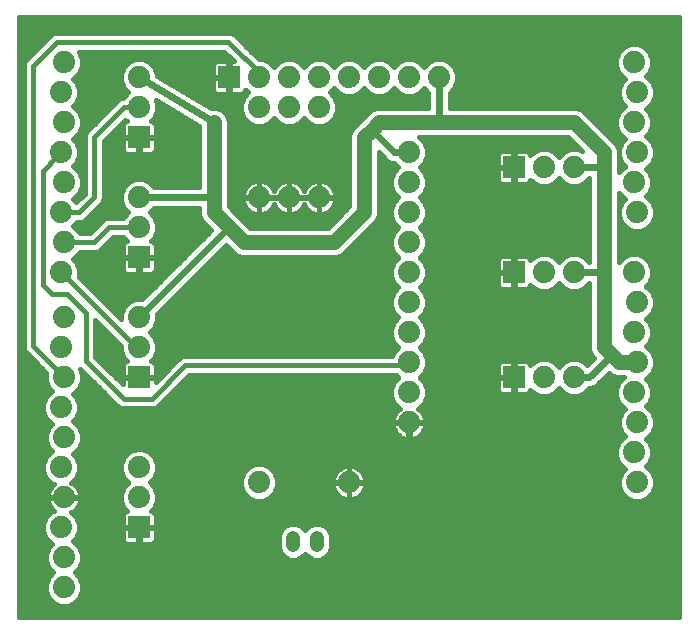
<source format=gbl>
G75*
%MOIN*%
%OFA0B0*%
%FSLAX25Y25*%
%IPPOS*%
%LPD*%
%AMOC8*
5,1,8,0,0,1.08239X$1,22.5*
%
%ADD10C,0.00000*%
%ADD11R,0.07400X0.07400*%
%ADD12C,0.07400*%
%ADD13C,0.04724*%
%ADD14C,0.01600*%
%ADD15C,0.05362*%
%ADD16C,0.02400*%
%ADD17C,0.05000*%
D10*
X0019428Y0035000D02*
X0019428Y0234961D01*
X0238129Y0234961D01*
X0238129Y0035000D01*
X0019428Y0035000D01*
D11*
X0059428Y0065000D03*
X0059428Y0115000D03*
X0059428Y0155000D03*
X0059428Y0195000D03*
X0089428Y0215000D03*
X0184428Y0185000D03*
X0184428Y0150000D03*
X0184428Y0115000D03*
D12*
X0194428Y0115000D03*
X0204428Y0115000D03*
X0224428Y0110000D03*
X0225428Y0100000D03*
X0224428Y0090000D03*
X0225428Y0080000D03*
X0225428Y0120000D03*
X0224428Y0130000D03*
X0225428Y0140000D03*
X0224428Y0150000D03*
X0225428Y0170000D03*
X0224428Y0180000D03*
X0225428Y0190000D03*
X0224428Y0200000D03*
X0225428Y0210000D03*
X0224428Y0220000D03*
X0204428Y0185000D03*
X0194428Y0185000D03*
X0194428Y0150000D03*
X0204428Y0150000D03*
X0149428Y0150000D03*
X0149428Y0140000D03*
X0149428Y0130000D03*
X0149428Y0120000D03*
X0149428Y0110000D03*
X0149428Y0100000D03*
X0129428Y0080000D03*
X0099428Y0080000D03*
X0059428Y0075000D03*
X0059428Y0085000D03*
X0034428Y0075000D03*
X0033428Y0065000D03*
X0034428Y0055000D03*
X0034428Y0045000D03*
X0033428Y0085000D03*
X0034428Y0095000D03*
X0033428Y0105000D03*
X0034428Y0115000D03*
X0033428Y0125000D03*
X0034428Y0135000D03*
X0033428Y0150000D03*
X0034428Y0160000D03*
X0033428Y0170000D03*
X0034428Y0180000D03*
X0033428Y0190000D03*
X0034428Y0200000D03*
X0033428Y0210000D03*
X0034428Y0220000D03*
X0059428Y0215000D03*
X0059428Y0205000D03*
X0059428Y0175000D03*
X0059428Y0165000D03*
X0059428Y0135000D03*
X0059428Y0125000D03*
X0099428Y0175000D03*
X0109428Y0175000D03*
X0119428Y0175000D03*
X0119428Y0205000D03*
X0109428Y0205000D03*
X0099428Y0205000D03*
X0099428Y0215000D03*
X0109428Y0215000D03*
X0119428Y0215000D03*
X0129428Y0215000D03*
X0139428Y0215000D03*
X0149428Y0215000D03*
X0159428Y0215000D03*
X0149428Y0190000D03*
X0149428Y0180000D03*
X0149428Y0170000D03*
X0149428Y0160000D03*
D13*
X0118661Y0061368D02*
X0118661Y0059006D01*
X0110787Y0059006D02*
X0110787Y0061368D01*
D14*
X0019428Y0035000D02*
X0239428Y0035000D01*
X0019428Y0035000D01*
X0019428Y0235000D01*
X0239428Y0235000D01*
X0239428Y0035000D01*
X0239428Y0036599D02*
X0019428Y0036599D01*
X0019428Y0038197D02*
X0239428Y0038197D01*
X0239428Y0039796D02*
X0037725Y0039796D01*
X0037867Y0039854D02*
X0039574Y0041562D01*
X0040498Y0043793D01*
X0040498Y0046207D01*
X0039574Y0048438D01*
X0038013Y0050000D01*
X0039574Y0051562D01*
X0040498Y0053793D01*
X0040498Y0056207D01*
X0039574Y0058438D01*
X0037867Y0060146D01*
X0037366Y0060353D01*
X0038574Y0061562D01*
X0039498Y0063793D01*
X0039498Y0066207D01*
X0038574Y0068438D01*
X0036917Y0070095D01*
X0037311Y0070296D01*
X0038011Y0070805D01*
X0038624Y0071417D01*
X0039132Y0072117D01*
X0039526Y0072889D01*
X0039793Y0073712D01*
X0039928Y0074567D01*
X0039928Y0074800D01*
X0034629Y0074800D01*
X0034629Y0075200D01*
X0039928Y0075200D01*
X0039928Y0075433D01*
X0039793Y0076288D01*
X0039526Y0077111D01*
X0039132Y0077883D01*
X0038624Y0078583D01*
X0038011Y0079195D01*
X0037311Y0079704D01*
X0036917Y0079905D01*
X0038574Y0081562D01*
X0039498Y0083793D01*
X0039498Y0086207D01*
X0038574Y0088438D01*
X0037366Y0089647D01*
X0037867Y0089854D01*
X0039574Y0091562D01*
X0040498Y0093793D01*
X0040498Y0096207D01*
X0039574Y0098438D01*
X0037867Y0100146D01*
X0037366Y0100353D01*
X0038574Y0101562D01*
X0039498Y0103793D01*
X0039498Y0106207D01*
X0038574Y0108438D01*
X0037366Y0109647D01*
X0037867Y0109854D01*
X0039574Y0111562D01*
X0040498Y0113793D01*
X0040498Y0116207D01*
X0039777Y0117948D01*
X0052503Y0105223D01*
X0053668Y0104740D01*
X0064439Y0104740D01*
X0065604Y0105223D01*
X0066496Y0106114D01*
X0076217Y0115835D01*
X0145009Y0115835D01*
X0145844Y0115000D01*
X0144283Y0113438D01*
X0143358Y0111207D01*
X0143358Y0108793D01*
X0144283Y0106562D01*
X0145990Y0104854D01*
X0146476Y0104653D01*
X0145845Y0104195D01*
X0145233Y0103583D01*
X0144724Y0102883D01*
X0144331Y0102111D01*
X0144064Y0101288D01*
X0143928Y0100433D01*
X0143928Y0100200D01*
X0149228Y0100200D01*
X0149228Y0099800D01*
X0143928Y0099800D01*
X0143928Y0099567D01*
X0144064Y0098712D01*
X0144331Y0097889D01*
X0144724Y0097117D01*
X0145233Y0096417D01*
X0145845Y0095805D01*
X0146546Y0095296D01*
X0147317Y0094903D01*
X0148141Y0094635D01*
X0148996Y0094500D01*
X0149228Y0094500D01*
X0149228Y0099800D01*
X0149628Y0099800D01*
X0149628Y0094500D01*
X0149861Y0094500D01*
X0150716Y0094635D01*
X0151540Y0094903D01*
X0152311Y0095296D01*
X0153011Y0095805D01*
X0153624Y0096417D01*
X0154132Y0097117D01*
X0154526Y0097889D01*
X0154793Y0098712D01*
X0154928Y0099567D01*
X0154928Y0099800D01*
X0149629Y0099800D01*
X0149629Y0100200D01*
X0154928Y0100200D01*
X0154928Y0100433D01*
X0154793Y0101288D01*
X0154526Y0102111D01*
X0154132Y0102883D01*
X0153624Y0103583D01*
X0153011Y0104195D01*
X0152381Y0104653D01*
X0152867Y0104854D01*
X0154574Y0106562D01*
X0155498Y0108793D01*
X0155498Y0111207D01*
X0154574Y0113438D01*
X0153013Y0115000D01*
X0154574Y0116562D01*
X0155498Y0118793D01*
X0155498Y0121207D01*
X0154574Y0123438D01*
X0153013Y0125000D01*
X0154574Y0126562D01*
X0155498Y0128793D01*
X0155498Y0131207D01*
X0154574Y0133438D01*
X0153013Y0135000D01*
X0154574Y0136562D01*
X0155498Y0138793D01*
X0155498Y0141207D01*
X0154574Y0143438D01*
X0153013Y0145000D01*
X0154574Y0146562D01*
X0155498Y0148793D01*
X0155498Y0151207D01*
X0154574Y0153438D01*
X0153013Y0155000D01*
X0154574Y0156562D01*
X0155498Y0158793D01*
X0155498Y0161207D01*
X0154574Y0163438D01*
X0153013Y0165000D01*
X0154574Y0166562D01*
X0155498Y0168793D01*
X0155498Y0171207D01*
X0154574Y0173438D01*
X0153013Y0175000D01*
X0154574Y0176562D01*
X0155498Y0178793D01*
X0155498Y0181207D01*
X0154574Y0183438D01*
X0153013Y0185000D01*
X0154574Y0186562D01*
X0155498Y0188793D01*
X0155498Y0191207D01*
X0154574Y0193438D01*
X0152883Y0195130D01*
X0202411Y0195130D01*
X0207062Y0190479D01*
X0205636Y0191070D01*
X0203221Y0191070D01*
X0200990Y0190146D01*
X0199428Y0188584D01*
X0197867Y0190146D01*
X0195636Y0191070D01*
X0193221Y0191070D01*
X0190990Y0190146D01*
X0189897Y0189053D01*
X0189806Y0189395D01*
X0189569Y0189805D01*
X0189234Y0190140D01*
X0188823Y0190377D01*
X0188365Y0190500D01*
X0184628Y0190500D01*
X0184628Y0185200D01*
X0184228Y0185200D01*
X0184228Y0184800D01*
X0178928Y0184800D01*
X0178928Y0181063D01*
X0179051Y0180605D01*
X0179288Y0180195D01*
X0179623Y0179860D01*
X0180034Y0179623D01*
X0180491Y0179500D01*
X0184228Y0179500D01*
X0184228Y0184800D01*
X0184628Y0184800D01*
X0184628Y0179500D01*
X0188365Y0179500D01*
X0188823Y0179623D01*
X0189234Y0179860D01*
X0189569Y0180195D01*
X0189806Y0180605D01*
X0189897Y0180947D01*
X0190990Y0179854D01*
X0193221Y0178930D01*
X0195636Y0178930D01*
X0197867Y0179854D01*
X0199428Y0181416D01*
X0200990Y0179854D01*
X0203221Y0178930D01*
X0205636Y0178930D01*
X0207867Y0179854D01*
X0209443Y0181430D01*
X0209558Y0181430D01*
X0209558Y0153570D01*
X0209443Y0153570D01*
X0207867Y0155146D01*
X0205636Y0156070D01*
X0203221Y0156070D01*
X0200990Y0155146D01*
X0199428Y0153584D01*
X0197867Y0155146D01*
X0195636Y0156070D01*
X0193221Y0156070D01*
X0190990Y0155146D01*
X0189897Y0154053D01*
X0189806Y0154395D01*
X0189569Y0154805D01*
X0189234Y0155140D01*
X0188823Y0155377D01*
X0188365Y0155500D01*
X0184628Y0155500D01*
X0184628Y0150200D01*
X0184228Y0150200D01*
X0184228Y0149800D01*
X0178928Y0149800D01*
X0178928Y0146063D01*
X0179051Y0145605D01*
X0179288Y0145195D01*
X0179623Y0144860D01*
X0180034Y0144623D01*
X0180491Y0144500D01*
X0184228Y0144500D01*
X0184228Y0149800D01*
X0184628Y0149800D01*
X0184628Y0144500D01*
X0188365Y0144500D01*
X0188823Y0144623D01*
X0189234Y0144860D01*
X0189569Y0145195D01*
X0189806Y0145605D01*
X0189897Y0145947D01*
X0190990Y0144854D01*
X0193221Y0143930D01*
X0195636Y0143930D01*
X0197867Y0144854D01*
X0199428Y0146416D01*
X0200990Y0144854D01*
X0203221Y0143930D01*
X0205636Y0143930D01*
X0207867Y0144854D01*
X0209443Y0146430D01*
X0209558Y0146430D01*
X0209558Y0124031D01*
X0210300Y0122241D01*
X0210960Y0121581D01*
X0208696Y0119316D01*
X0207867Y0120146D01*
X0205636Y0121070D01*
X0203221Y0121070D01*
X0200990Y0120146D01*
X0199428Y0118584D01*
X0197867Y0120146D01*
X0195636Y0121070D01*
X0193221Y0121070D01*
X0190990Y0120146D01*
X0189897Y0119053D01*
X0189806Y0119395D01*
X0189569Y0119805D01*
X0189234Y0120140D01*
X0188823Y0120377D01*
X0188365Y0120500D01*
X0184628Y0120500D01*
X0184628Y0115200D01*
X0184228Y0115200D01*
X0184228Y0114800D01*
X0178928Y0114800D01*
X0178928Y0111063D01*
X0179051Y0110605D01*
X0179288Y0110195D01*
X0179623Y0109860D01*
X0180034Y0109623D01*
X0180491Y0109500D01*
X0184228Y0109500D01*
X0184228Y0114800D01*
X0184628Y0114800D01*
X0184628Y0109500D01*
X0188365Y0109500D01*
X0188823Y0109623D01*
X0189234Y0109860D01*
X0189569Y0110195D01*
X0189806Y0110605D01*
X0189897Y0110947D01*
X0190990Y0109854D01*
X0193221Y0108930D01*
X0195636Y0108930D01*
X0197867Y0109854D01*
X0199428Y0111416D01*
X0200990Y0109854D01*
X0203221Y0108930D01*
X0205636Y0108930D01*
X0207867Y0109854D01*
X0209443Y0111430D01*
X0210139Y0111430D01*
X0211451Y0111973D01*
X0216009Y0116532D01*
X0216670Y0115871D01*
X0218460Y0115130D01*
X0220974Y0115130D01*
X0219283Y0113438D01*
X0218358Y0111207D01*
X0218358Y0108793D01*
X0219283Y0106562D01*
X0220990Y0104854D01*
X0221491Y0104647D01*
X0220283Y0103438D01*
X0219358Y0101207D01*
X0219358Y0098793D01*
X0220283Y0096562D01*
X0221491Y0095353D01*
X0220990Y0095146D01*
X0219283Y0093438D01*
X0218358Y0091207D01*
X0218358Y0088793D01*
X0219283Y0086562D01*
X0220990Y0084854D01*
X0221491Y0084647D01*
X0220283Y0083438D01*
X0219358Y0081207D01*
X0219358Y0078793D01*
X0220283Y0076562D01*
X0221990Y0074854D01*
X0224221Y0073930D01*
X0226636Y0073930D01*
X0228867Y0074854D01*
X0230574Y0076562D01*
X0231498Y0078793D01*
X0231498Y0081207D01*
X0230574Y0083438D01*
X0228867Y0085146D01*
X0228366Y0085353D01*
X0229574Y0086562D01*
X0230498Y0088793D01*
X0230498Y0091207D01*
X0229574Y0093438D01*
X0228366Y0094647D01*
X0228867Y0094854D01*
X0230574Y0096562D01*
X0231498Y0098793D01*
X0231498Y0101207D01*
X0230574Y0103438D01*
X0228867Y0105146D01*
X0228366Y0105353D01*
X0229574Y0106562D01*
X0230498Y0108793D01*
X0230498Y0111207D01*
X0229574Y0113438D01*
X0228366Y0114647D01*
X0228867Y0114854D01*
X0230574Y0116562D01*
X0231498Y0118793D01*
X0231498Y0121207D01*
X0230574Y0123438D01*
X0228867Y0125146D01*
X0228366Y0125353D01*
X0229574Y0126562D01*
X0230498Y0128793D01*
X0230498Y0131207D01*
X0229574Y0133438D01*
X0228366Y0134647D01*
X0228867Y0134854D01*
X0230574Y0136562D01*
X0231498Y0138793D01*
X0231498Y0141207D01*
X0230574Y0143438D01*
X0228867Y0145146D01*
X0228366Y0145353D01*
X0229574Y0146562D01*
X0230498Y0148793D01*
X0230498Y0151207D01*
X0229574Y0153438D01*
X0227867Y0155146D01*
X0225636Y0156070D01*
X0223221Y0156070D01*
X0220990Y0155146D01*
X0219298Y0153454D01*
X0219298Y0176546D01*
X0220990Y0174854D01*
X0221491Y0174647D01*
X0220283Y0173438D01*
X0219358Y0171207D01*
X0219358Y0168793D01*
X0220283Y0166562D01*
X0221990Y0164854D01*
X0224221Y0163930D01*
X0226636Y0163930D01*
X0228867Y0164854D01*
X0230574Y0166562D01*
X0231498Y0168793D01*
X0231498Y0171207D01*
X0230574Y0173438D01*
X0228867Y0175146D01*
X0228366Y0175353D01*
X0229574Y0176562D01*
X0230498Y0178793D01*
X0230498Y0181207D01*
X0229574Y0183438D01*
X0228366Y0184647D01*
X0228867Y0184854D01*
X0230574Y0186562D01*
X0231498Y0188793D01*
X0231498Y0191207D01*
X0230574Y0193438D01*
X0228867Y0195146D01*
X0228366Y0195353D01*
X0229574Y0196562D01*
X0230498Y0198793D01*
X0230498Y0201207D01*
X0229574Y0203438D01*
X0228366Y0204647D01*
X0228867Y0204854D01*
X0230574Y0206562D01*
X0231498Y0208793D01*
X0231498Y0211207D01*
X0230574Y0213438D01*
X0228867Y0215146D01*
X0228366Y0215353D01*
X0229574Y0216562D01*
X0230498Y0218793D01*
X0230498Y0221207D01*
X0229574Y0223438D01*
X0227867Y0225146D01*
X0225636Y0226070D01*
X0223221Y0226070D01*
X0220990Y0225146D01*
X0219283Y0223438D01*
X0218358Y0221207D01*
X0218358Y0218793D01*
X0219283Y0216562D01*
X0220990Y0214854D01*
X0221491Y0214647D01*
X0220283Y0213438D01*
X0219358Y0211207D01*
X0219358Y0208793D01*
X0220283Y0206562D01*
X0221491Y0205353D01*
X0220990Y0205146D01*
X0219283Y0203438D01*
X0218358Y0201207D01*
X0218358Y0198793D01*
X0219283Y0196562D01*
X0220990Y0194854D01*
X0221491Y0194647D01*
X0220283Y0193438D01*
X0219358Y0191207D01*
X0219358Y0188793D01*
X0220283Y0186562D01*
X0221491Y0185353D01*
X0220990Y0185146D01*
X0219298Y0183454D01*
X0219298Y0190969D01*
X0218557Y0192759D01*
X0217187Y0194129D01*
X0207187Y0204129D01*
X0205397Y0204870D01*
X0162998Y0204870D01*
X0162998Y0209986D01*
X0164574Y0211562D01*
X0165498Y0213793D01*
X0165498Y0216207D01*
X0164574Y0218438D01*
X0162867Y0220146D01*
X0160636Y0221070D01*
X0158221Y0221070D01*
X0155990Y0220146D01*
X0154428Y0218584D01*
X0152867Y0220146D01*
X0150636Y0221070D01*
X0148221Y0221070D01*
X0145990Y0220146D01*
X0144428Y0218584D01*
X0142867Y0220146D01*
X0140636Y0221070D01*
X0138221Y0221070D01*
X0135990Y0220146D01*
X0134428Y0218584D01*
X0132867Y0220146D01*
X0130636Y0221070D01*
X0128221Y0221070D01*
X0125990Y0220146D01*
X0124428Y0218584D01*
X0122867Y0220146D01*
X0120636Y0221070D01*
X0118221Y0221070D01*
X0115990Y0220146D01*
X0114428Y0218584D01*
X0112867Y0220146D01*
X0110636Y0221070D01*
X0108221Y0221070D01*
X0105990Y0220146D01*
X0104428Y0218584D01*
X0102867Y0220146D01*
X0100636Y0221070D01*
X0099367Y0221070D01*
X0090964Y0229473D01*
X0089799Y0229955D01*
X0088538Y0229955D01*
X0031478Y0229955D01*
X0030313Y0229473D01*
X0029421Y0228581D01*
X0021496Y0220656D01*
X0021013Y0219491D01*
X0021013Y0124715D01*
X0021496Y0123549D01*
X0022388Y0122658D01*
X0028499Y0116547D01*
X0028358Y0116207D01*
X0028358Y0113793D01*
X0029283Y0111562D01*
X0030491Y0110353D01*
X0029990Y0110146D01*
X0028283Y0108438D01*
X0027358Y0106207D01*
X0027358Y0103793D01*
X0028283Y0101562D01*
X0029990Y0099854D01*
X0030491Y0099647D01*
X0029283Y0098438D01*
X0028358Y0096207D01*
X0028358Y0093793D01*
X0029283Y0091562D01*
X0030491Y0090353D01*
X0029990Y0090146D01*
X0028283Y0088438D01*
X0027358Y0086207D01*
X0027358Y0083793D01*
X0028283Y0081562D01*
X0029990Y0079854D01*
X0031113Y0079389D01*
X0030845Y0079195D01*
X0030233Y0078583D01*
X0029724Y0077883D01*
X0029331Y0077111D01*
X0029064Y0076288D01*
X0028928Y0075433D01*
X0028928Y0075200D01*
X0034228Y0075200D01*
X0034228Y0074800D01*
X0028928Y0074800D01*
X0028928Y0074567D01*
X0029064Y0073712D01*
X0029331Y0072889D01*
X0029724Y0072117D01*
X0030233Y0071417D01*
X0030845Y0070805D01*
X0031113Y0070611D01*
X0029990Y0070146D01*
X0028283Y0068438D01*
X0027358Y0066207D01*
X0027358Y0063793D01*
X0028283Y0061562D01*
X0029990Y0059854D01*
X0030491Y0059647D01*
X0029283Y0058438D01*
X0028358Y0056207D01*
X0028358Y0053793D01*
X0029283Y0051562D01*
X0030844Y0050000D01*
X0029283Y0048438D01*
X0028358Y0046207D01*
X0028358Y0043793D01*
X0029283Y0041562D01*
X0030990Y0039854D01*
X0033221Y0038930D01*
X0035636Y0038930D01*
X0037867Y0039854D01*
X0039407Y0041394D02*
X0239428Y0041394D01*
X0239428Y0042993D02*
X0040167Y0042993D01*
X0040498Y0044591D02*
X0239428Y0044591D01*
X0239428Y0046190D02*
X0040498Y0046190D01*
X0039844Y0047788D02*
X0239428Y0047788D01*
X0239428Y0049387D02*
X0038626Y0049387D01*
X0038998Y0050985D02*
X0239428Y0050985D01*
X0239428Y0052584D02*
X0039998Y0052584D01*
X0040498Y0054182D02*
X0239428Y0054182D01*
X0239428Y0055781D02*
X0122128Y0055781D01*
X0122673Y0056325D02*
X0123393Y0058065D01*
X0123393Y0062309D01*
X0122673Y0064049D01*
X0121341Y0065380D01*
X0119602Y0066100D01*
X0117719Y0066100D01*
X0115980Y0065380D01*
X0114724Y0064123D01*
X0113467Y0065380D01*
X0111728Y0066100D01*
X0109845Y0066100D01*
X0108106Y0065380D01*
X0106775Y0064049D01*
X0106055Y0062309D01*
X0106055Y0058065D01*
X0106775Y0056325D01*
X0108106Y0054994D01*
X0109845Y0054274D01*
X0111728Y0054274D01*
X0113467Y0054994D01*
X0114724Y0056251D01*
X0115980Y0054994D01*
X0117719Y0054274D01*
X0119602Y0054274D01*
X0121341Y0054994D01*
X0122673Y0056325D01*
X0123109Y0057379D02*
X0239428Y0057379D01*
X0239428Y0058978D02*
X0123393Y0058978D01*
X0123393Y0060576D02*
X0239428Y0060576D01*
X0239428Y0062175D02*
X0123393Y0062175D01*
X0122787Y0063773D02*
X0239428Y0063773D01*
X0239428Y0065372D02*
X0121349Y0065372D01*
X0115972Y0065372D02*
X0113475Y0065372D01*
X0108098Y0065372D02*
X0064928Y0065372D01*
X0064928Y0065200D02*
X0064928Y0068937D01*
X0064806Y0069395D01*
X0064569Y0069805D01*
X0064234Y0070140D01*
X0063823Y0070377D01*
X0063482Y0070469D01*
X0064574Y0071562D01*
X0065498Y0073793D01*
X0065498Y0076207D01*
X0064574Y0078438D01*
X0063013Y0080000D01*
X0064574Y0081562D01*
X0065498Y0083793D01*
X0065498Y0086207D01*
X0064574Y0088438D01*
X0062867Y0090146D01*
X0060636Y0091070D01*
X0058221Y0091070D01*
X0055990Y0090146D01*
X0054283Y0088438D01*
X0053358Y0086207D01*
X0053358Y0083793D01*
X0054283Y0081562D01*
X0055844Y0080000D01*
X0054283Y0078438D01*
X0053358Y0076207D01*
X0053358Y0073793D01*
X0054283Y0071562D01*
X0055375Y0070469D01*
X0055034Y0070377D01*
X0054623Y0070140D01*
X0054288Y0069805D01*
X0054051Y0069395D01*
X0053928Y0068937D01*
X0053928Y0065200D01*
X0059228Y0065200D01*
X0059228Y0064800D01*
X0053928Y0064800D01*
X0053928Y0061063D01*
X0054051Y0060605D01*
X0054288Y0060195D01*
X0054623Y0059860D01*
X0055034Y0059623D01*
X0055491Y0059500D01*
X0059228Y0059500D01*
X0059228Y0064800D01*
X0059628Y0064800D01*
X0059628Y0059500D01*
X0063365Y0059500D01*
X0063823Y0059623D01*
X0064234Y0059860D01*
X0064569Y0060195D01*
X0064806Y0060605D01*
X0064928Y0061063D01*
X0064928Y0064800D01*
X0059629Y0064800D01*
X0059629Y0065200D01*
X0064928Y0065200D01*
X0064928Y0063773D02*
X0106661Y0063773D01*
X0106055Y0062175D02*
X0064928Y0062175D01*
X0064789Y0060576D02*
X0106055Y0060576D01*
X0106055Y0058978D02*
X0039035Y0058978D01*
X0040013Y0057379D02*
X0106338Y0057379D01*
X0107320Y0055781D02*
X0040498Y0055781D01*
X0037589Y0060576D02*
X0054068Y0060576D01*
X0053928Y0062175D02*
X0038828Y0062175D01*
X0039490Y0063773D02*
X0053928Y0063773D01*
X0053928Y0065372D02*
X0039498Y0065372D01*
X0039182Y0066970D02*
X0053928Y0066970D01*
X0053928Y0068569D02*
X0038444Y0068569D01*
X0037058Y0070167D02*
X0054670Y0070167D01*
X0054198Y0071766D02*
X0038877Y0071766D01*
X0039680Y0073364D02*
X0053536Y0073364D01*
X0053358Y0074963D02*
X0034629Y0074963D01*
X0034228Y0074963D02*
X0019428Y0074963D01*
X0019428Y0076561D02*
X0029153Y0076561D01*
X0029926Y0078160D02*
X0019428Y0078160D01*
X0019428Y0079758D02*
X0030221Y0079758D01*
X0028487Y0081357D02*
X0019428Y0081357D01*
X0019428Y0082955D02*
X0027705Y0082955D01*
X0027358Y0084554D02*
X0019428Y0084554D01*
X0019428Y0086152D02*
X0027358Y0086152D01*
X0027998Y0087751D02*
X0019428Y0087751D01*
X0019428Y0089349D02*
X0029194Y0089349D01*
X0029896Y0090948D02*
X0019428Y0090948D01*
X0019428Y0092546D02*
X0028875Y0092546D01*
X0028358Y0094145D02*
X0019428Y0094145D01*
X0019428Y0095743D02*
X0028358Y0095743D01*
X0028828Y0097342D02*
X0019428Y0097342D01*
X0019428Y0098940D02*
X0029785Y0098940D01*
X0029305Y0100539D02*
X0019428Y0100539D01*
X0019428Y0102137D02*
X0028044Y0102137D01*
X0027382Y0103736D02*
X0019428Y0103736D01*
X0019428Y0105334D02*
X0027358Y0105334D01*
X0027659Y0106933D02*
X0019428Y0106933D01*
X0019428Y0108532D02*
X0028376Y0108532D01*
X0029974Y0110130D02*
X0019428Y0110130D01*
X0019428Y0111729D02*
X0029213Y0111729D01*
X0028551Y0113327D02*
X0019428Y0113327D01*
X0019428Y0114926D02*
X0028358Y0114926D01*
X0028490Y0116524D02*
X0019428Y0116524D01*
X0019428Y0118123D02*
X0026923Y0118123D01*
X0025324Y0119721D02*
X0019428Y0119721D01*
X0019428Y0121320D02*
X0023726Y0121320D01*
X0022127Y0122918D02*
X0019428Y0122918D01*
X0019428Y0124517D02*
X0021095Y0124517D01*
X0021013Y0126115D02*
X0019428Y0126115D01*
X0019428Y0127714D02*
X0021013Y0127714D01*
X0021013Y0129312D02*
X0019428Y0129312D01*
X0019428Y0130911D02*
X0021013Y0130911D01*
X0021013Y0132509D02*
X0019428Y0132509D01*
X0019428Y0134108D02*
X0021013Y0134108D01*
X0021013Y0135706D02*
X0019428Y0135706D01*
X0019428Y0137305D02*
X0021013Y0137305D01*
X0021013Y0138903D02*
X0019428Y0138903D01*
X0019428Y0140502D02*
X0021013Y0140502D01*
X0021013Y0142100D02*
X0019428Y0142100D01*
X0019428Y0143699D02*
X0021013Y0143699D01*
X0021013Y0145297D02*
X0019428Y0145297D01*
X0019428Y0146896D02*
X0021013Y0146896D01*
X0021013Y0148494D02*
X0019428Y0148494D01*
X0019428Y0150093D02*
X0021013Y0150093D01*
X0021013Y0151691D02*
X0019428Y0151691D01*
X0019428Y0153290D02*
X0021013Y0153290D01*
X0021013Y0154888D02*
X0019428Y0154888D01*
X0019428Y0156487D02*
X0021013Y0156487D01*
X0021013Y0158085D02*
X0019428Y0158085D01*
X0019428Y0159684D02*
X0021013Y0159684D01*
X0021013Y0161282D02*
X0019428Y0161282D01*
X0019428Y0162881D02*
X0021013Y0162881D01*
X0021013Y0164479D02*
X0019428Y0164479D01*
X0019428Y0166078D02*
X0021013Y0166078D01*
X0021013Y0167676D02*
X0019428Y0167676D01*
X0019428Y0169275D02*
X0021013Y0169275D01*
X0021013Y0170873D02*
X0019428Y0170873D01*
X0019428Y0172472D02*
X0021013Y0172472D01*
X0021013Y0174070D02*
X0019428Y0174070D01*
X0019428Y0175669D02*
X0021013Y0175669D01*
X0021013Y0177268D02*
X0019428Y0177268D01*
X0019428Y0178866D02*
X0021013Y0178866D01*
X0021013Y0180465D02*
X0019428Y0180465D01*
X0019428Y0182063D02*
X0021013Y0182063D01*
X0021013Y0183662D02*
X0019428Y0183662D01*
X0019428Y0185260D02*
X0021013Y0185260D01*
X0021013Y0186859D02*
X0019428Y0186859D01*
X0019428Y0188457D02*
X0021013Y0188457D01*
X0021013Y0190056D02*
X0019428Y0190056D01*
X0019428Y0191654D02*
X0021013Y0191654D01*
X0021013Y0193253D02*
X0019428Y0193253D01*
X0019428Y0194851D02*
X0021013Y0194851D01*
X0021013Y0196450D02*
X0019428Y0196450D01*
X0019428Y0198048D02*
X0021013Y0198048D01*
X0021013Y0199647D02*
X0019428Y0199647D01*
X0019428Y0201245D02*
X0021013Y0201245D01*
X0021013Y0202844D02*
X0019428Y0202844D01*
X0019428Y0204442D02*
X0021013Y0204442D01*
X0021013Y0206041D02*
X0019428Y0206041D01*
X0019428Y0207639D02*
X0021013Y0207639D01*
X0021013Y0209238D02*
X0019428Y0209238D01*
X0019428Y0210836D02*
X0021013Y0210836D01*
X0021013Y0212435D02*
X0019428Y0212435D01*
X0019428Y0214033D02*
X0021013Y0214033D01*
X0021013Y0215632D02*
X0019428Y0215632D01*
X0019428Y0217230D02*
X0021013Y0217230D01*
X0021013Y0218829D02*
X0019428Y0218829D01*
X0019428Y0220427D02*
X0021401Y0220427D01*
X0022866Y0222026D02*
X0019428Y0222026D01*
X0019428Y0223624D02*
X0024464Y0223624D01*
X0026063Y0225223D02*
X0019428Y0225223D01*
X0019428Y0226821D02*
X0027661Y0226821D01*
X0029260Y0228420D02*
X0019428Y0228420D01*
X0019428Y0230018D02*
X0239428Y0230018D01*
X0239428Y0228420D02*
X0092017Y0228420D01*
X0093616Y0226821D02*
X0239428Y0226821D01*
X0239428Y0225223D02*
X0227681Y0225223D01*
X0229388Y0223624D02*
X0239428Y0223624D01*
X0239428Y0222026D02*
X0230159Y0222026D01*
X0230498Y0220427D02*
X0239428Y0220427D01*
X0239428Y0218829D02*
X0230498Y0218829D01*
X0229851Y0217230D02*
X0239428Y0217230D01*
X0239428Y0215632D02*
X0228645Y0215632D01*
X0229979Y0214033D02*
X0239428Y0214033D01*
X0239428Y0212435D02*
X0230990Y0212435D01*
X0231498Y0210836D02*
X0239428Y0210836D01*
X0239428Y0209238D02*
X0231498Y0209238D01*
X0231021Y0207639D02*
X0239428Y0207639D01*
X0239428Y0206041D02*
X0230053Y0206041D01*
X0228571Y0204442D02*
X0239428Y0204442D01*
X0239428Y0202844D02*
X0229821Y0202844D01*
X0230483Y0201245D02*
X0239428Y0201245D01*
X0239428Y0199647D02*
X0230498Y0199647D01*
X0230190Y0198048D02*
X0239428Y0198048D01*
X0239428Y0196450D02*
X0229462Y0196450D01*
X0229162Y0194851D02*
X0239428Y0194851D01*
X0239428Y0193253D02*
X0230651Y0193253D01*
X0231313Y0191654D02*
X0239428Y0191654D01*
X0239428Y0190056D02*
X0231498Y0190056D01*
X0231359Y0188457D02*
X0239428Y0188457D01*
X0239428Y0186859D02*
X0230697Y0186859D01*
X0229273Y0185260D02*
X0239428Y0185260D01*
X0239428Y0183662D02*
X0229351Y0183662D01*
X0230144Y0182063D02*
X0239428Y0182063D01*
X0239428Y0180465D02*
X0230498Y0180465D01*
X0230498Y0178866D02*
X0239428Y0178866D01*
X0239428Y0177268D02*
X0229867Y0177268D01*
X0228682Y0175669D02*
X0239428Y0175669D01*
X0239428Y0174070D02*
X0229942Y0174070D01*
X0230975Y0172472D02*
X0239428Y0172472D01*
X0239428Y0170873D02*
X0231498Y0170873D01*
X0231498Y0169275D02*
X0239428Y0169275D01*
X0239428Y0167676D02*
X0231036Y0167676D01*
X0230091Y0166078D02*
X0239428Y0166078D01*
X0239428Y0164479D02*
X0227962Y0164479D01*
X0222895Y0164479D02*
X0219298Y0164479D01*
X0219298Y0162881D02*
X0239428Y0162881D01*
X0239428Y0161282D02*
X0219298Y0161282D01*
X0219298Y0159684D02*
X0239428Y0159684D01*
X0239428Y0158085D02*
X0219298Y0158085D01*
X0219298Y0156487D02*
X0239428Y0156487D01*
X0239428Y0154888D02*
X0228124Y0154888D01*
X0229636Y0153290D02*
X0239428Y0153290D01*
X0239428Y0151691D02*
X0230298Y0151691D01*
X0230498Y0150093D02*
X0239428Y0150093D01*
X0239428Y0148494D02*
X0230375Y0148494D01*
X0229713Y0146896D02*
X0239428Y0146896D01*
X0239428Y0145297D02*
X0228501Y0145297D01*
X0230314Y0143699D02*
X0239428Y0143699D01*
X0239428Y0142100D02*
X0231129Y0142100D01*
X0231498Y0140502D02*
X0239428Y0140502D01*
X0239428Y0138903D02*
X0231498Y0138903D01*
X0230882Y0137305D02*
X0239428Y0137305D01*
X0239428Y0135706D02*
X0229719Y0135706D01*
X0228905Y0134108D02*
X0239428Y0134108D01*
X0239428Y0132509D02*
X0229959Y0132509D01*
X0230498Y0130911D02*
X0239428Y0130911D01*
X0239428Y0129312D02*
X0230498Y0129312D01*
X0230052Y0127714D02*
X0239428Y0127714D01*
X0239428Y0126115D02*
X0229128Y0126115D01*
X0229496Y0124517D02*
X0239428Y0124517D01*
X0239428Y0122918D02*
X0230790Y0122918D01*
X0231452Y0121320D02*
X0239428Y0121320D01*
X0239428Y0119721D02*
X0231498Y0119721D01*
X0231221Y0118123D02*
X0239428Y0118123D01*
X0239428Y0116524D02*
X0230537Y0116524D01*
X0228938Y0114926D02*
X0239428Y0114926D01*
X0239428Y0113327D02*
X0229620Y0113327D01*
X0230283Y0111729D02*
X0239428Y0111729D01*
X0239428Y0110130D02*
X0230498Y0110130D01*
X0230390Y0108532D02*
X0239428Y0108532D01*
X0239428Y0106933D02*
X0229728Y0106933D01*
X0228412Y0105334D02*
X0239428Y0105334D01*
X0239428Y0103736D02*
X0230277Y0103736D01*
X0231113Y0102137D02*
X0239428Y0102137D01*
X0239428Y0100539D02*
X0231498Y0100539D01*
X0231498Y0098940D02*
X0239428Y0098940D01*
X0239428Y0097342D02*
X0230898Y0097342D01*
X0229756Y0095743D02*
X0239428Y0095743D01*
X0239428Y0094145D02*
X0228868Y0094145D01*
X0229944Y0092546D02*
X0239428Y0092546D01*
X0239428Y0090948D02*
X0230498Y0090948D01*
X0230498Y0089349D02*
X0239428Y0089349D01*
X0239428Y0087751D02*
X0230067Y0087751D01*
X0229165Y0086152D02*
X0239428Y0086152D01*
X0239428Y0084554D02*
X0229459Y0084554D01*
X0230774Y0082955D02*
X0239428Y0082955D01*
X0239428Y0081357D02*
X0231437Y0081357D01*
X0231498Y0079758D02*
X0239428Y0079758D01*
X0239428Y0078160D02*
X0231236Y0078160D01*
X0230574Y0076561D02*
X0239428Y0076561D01*
X0239428Y0074963D02*
X0228976Y0074963D01*
X0221881Y0074963D02*
X0131657Y0074963D01*
X0131540Y0074903D02*
X0132311Y0075296D01*
X0133011Y0075805D01*
X0133624Y0076417D01*
X0134132Y0077117D01*
X0134526Y0077889D01*
X0134793Y0078712D01*
X0134928Y0079567D01*
X0134928Y0079914D01*
X0129514Y0079914D01*
X0129514Y0074500D01*
X0129861Y0074500D01*
X0130716Y0074635D01*
X0131540Y0074903D01*
X0129514Y0074963D02*
X0129343Y0074963D01*
X0129343Y0074500D02*
X0129343Y0079914D01*
X0129514Y0079914D01*
X0129514Y0080086D01*
X0129343Y0080086D01*
X0129343Y0085500D01*
X0128996Y0085500D01*
X0128141Y0085365D01*
X0127317Y0085097D01*
X0126546Y0084704D01*
X0125845Y0084195D01*
X0125233Y0083583D01*
X0124724Y0082883D01*
X0124331Y0082111D01*
X0124064Y0081288D01*
X0123928Y0080433D01*
X0123928Y0080086D01*
X0129343Y0080086D01*
X0129343Y0079914D01*
X0123928Y0079914D01*
X0123928Y0079567D01*
X0124064Y0078712D01*
X0124331Y0077889D01*
X0124724Y0077117D01*
X0125233Y0076417D01*
X0125845Y0075805D01*
X0126546Y0075296D01*
X0127317Y0074903D01*
X0128141Y0074635D01*
X0128996Y0074500D01*
X0129343Y0074500D01*
X0129343Y0076561D02*
X0129514Y0076561D01*
X0129514Y0078160D02*
X0129343Y0078160D01*
X0129343Y0079758D02*
X0129514Y0079758D01*
X0129514Y0080086D02*
X0134928Y0080086D01*
X0134928Y0080433D01*
X0134793Y0081288D01*
X0134526Y0082111D01*
X0134132Y0082883D01*
X0133624Y0083583D01*
X0133011Y0084195D01*
X0132311Y0084704D01*
X0131540Y0085097D01*
X0130716Y0085365D01*
X0129861Y0085500D01*
X0129514Y0085500D01*
X0129514Y0080086D01*
X0129514Y0081357D02*
X0129343Y0081357D01*
X0129343Y0082955D02*
X0129514Y0082955D01*
X0129514Y0084554D02*
X0129343Y0084554D01*
X0126339Y0084554D02*
X0103459Y0084554D01*
X0102867Y0085146D02*
X0100636Y0086070D01*
X0098221Y0086070D01*
X0095990Y0085146D01*
X0094283Y0083438D01*
X0093358Y0081207D01*
X0093358Y0078793D01*
X0094283Y0076562D01*
X0095990Y0074854D01*
X0098221Y0073930D01*
X0100636Y0073930D01*
X0102867Y0074854D01*
X0104574Y0076562D01*
X0105498Y0078793D01*
X0105498Y0081207D01*
X0104574Y0083438D01*
X0102867Y0085146D01*
X0104774Y0082955D02*
X0124777Y0082955D01*
X0124086Y0081357D02*
X0105437Y0081357D01*
X0105498Y0079758D02*
X0123928Y0079758D01*
X0124243Y0078160D02*
X0105236Y0078160D01*
X0104574Y0076561D02*
X0125128Y0076561D01*
X0127200Y0074963D02*
X0102976Y0074963D01*
X0095881Y0074963D02*
X0065498Y0074963D01*
X0065352Y0076561D02*
X0094283Y0076561D01*
X0093621Y0078160D02*
X0064690Y0078160D01*
X0063254Y0079758D02*
X0093358Y0079758D01*
X0093420Y0081357D02*
X0064370Y0081357D01*
X0065152Y0082955D02*
X0094082Y0082955D01*
X0095398Y0084554D02*
X0065498Y0084554D01*
X0065498Y0086152D02*
X0219692Y0086152D01*
X0218790Y0087751D02*
X0064859Y0087751D01*
X0063663Y0089349D02*
X0218358Y0089349D01*
X0218358Y0090948D02*
X0060931Y0090948D01*
X0057926Y0090948D02*
X0038961Y0090948D01*
X0039982Y0092546D02*
X0218913Y0092546D01*
X0219989Y0094145D02*
X0040498Y0094145D01*
X0040498Y0095743D02*
X0145930Y0095743D01*
X0144610Y0097342D02*
X0040029Y0097342D01*
X0039072Y0098940D02*
X0144028Y0098940D01*
X0143945Y0100539D02*
X0037552Y0100539D01*
X0038813Y0102137D02*
X0144345Y0102137D01*
X0145386Y0103736D02*
X0039475Y0103736D01*
X0039498Y0105334D02*
X0052391Y0105334D01*
X0050793Y0106933D02*
X0039198Y0106933D01*
X0038481Y0108532D02*
X0049194Y0108532D01*
X0047596Y0110130D02*
X0038143Y0110130D01*
X0039644Y0111729D02*
X0045997Y0111729D01*
X0044399Y0113327D02*
X0040306Y0113327D01*
X0040498Y0114926D02*
X0042800Y0114926D01*
X0041201Y0116524D02*
X0040367Y0116524D01*
X0041619Y0120590D02*
X0041619Y0136440D01*
X0035278Y0142780D01*
X0030523Y0142780D01*
X0027353Y0145950D01*
X0027353Y0183990D01*
X0032108Y0188745D01*
X0033428Y0190000D01*
X0037366Y0194647D02*
X0037867Y0194854D01*
X0039574Y0196562D01*
X0040498Y0198793D01*
X0040498Y0201207D01*
X0039574Y0203438D01*
X0037867Y0205146D01*
X0037366Y0205353D01*
X0038574Y0206562D01*
X0039498Y0208793D01*
X0039498Y0211207D01*
X0038574Y0213438D01*
X0037366Y0214647D01*
X0037867Y0214854D01*
X0039574Y0216562D01*
X0040498Y0218793D01*
X0040498Y0221207D01*
X0039574Y0223438D01*
X0039397Y0223615D01*
X0087856Y0223615D01*
X0090971Y0220500D01*
X0089628Y0220500D01*
X0089628Y0215200D01*
X0089228Y0215200D01*
X0089228Y0214800D01*
X0083928Y0214800D01*
X0083928Y0211063D01*
X0084051Y0210605D01*
X0084288Y0210195D01*
X0084623Y0209860D01*
X0085034Y0209623D01*
X0085491Y0209500D01*
X0089228Y0209500D01*
X0089228Y0214800D01*
X0089628Y0214800D01*
X0089628Y0209500D01*
X0093365Y0209500D01*
X0093823Y0209623D01*
X0094234Y0209860D01*
X0094569Y0210195D01*
X0094806Y0210605D01*
X0094897Y0210947D01*
X0095844Y0210000D01*
X0094283Y0208438D01*
X0093358Y0206207D01*
X0093358Y0203793D01*
X0094283Y0201562D01*
X0095990Y0199854D01*
X0098221Y0198930D01*
X0100636Y0198930D01*
X0102867Y0199854D01*
X0104428Y0201416D01*
X0105990Y0199854D01*
X0108221Y0198930D01*
X0110636Y0198930D01*
X0112867Y0199854D01*
X0114428Y0201416D01*
X0115990Y0199854D01*
X0118221Y0198930D01*
X0120636Y0198930D01*
X0122867Y0199854D01*
X0124574Y0201562D01*
X0125498Y0203793D01*
X0125498Y0206207D01*
X0124574Y0208438D01*
X0123013Y0210000D01*
X0124428Y0211416D01*
X0125990Y0209854D01*
X0128221Y0208930D01*
X0130636Y0208930D01*
X0132867Y0209854D01*
X0134428Y0211416D01*
X0135990Y0209854D01*
X0138221Y0208930D01*
X0140636Y0208930D01*
X0142867Y0209854D01*
X0144428Y0211416D01*
X0145990Y0209854D01*
X0148221Y0208930D01*
X0150636Y0208930D01*
X0152867Y0209854D01*
X0154428Y0211416D01*
X0155858Y0209986D01*
X0155858Y0204870D01*
X0138460Y0204870D01*
X0136670Y0204129D01*
X0135300Y0202759D01*
X0135300Y0202759D01*
X0132800Y0200259D01*
X0132800Y0200259D01*
X0131670Y0199129D01*
X0130300Y0197759D01*
X0129558Y0195969D01*
X0129558Y0172017D01*
X0122411Y0164870D01*
X0096446Y0164870D01*
X0092187Y0169129D01*
X0089298Y0172017D01*
X0089298Y0200969D01*
X0088557Y0202759D01*
X0087187Y0204129D01*
X0085397Y0204870D01*
X0083460Y0204870D01*
X0083336Y0204819D01*
X0065498Y0215521D01*
X0065498Y0216207D01*
X0064574Y0218438D01*
X0062867Y0220146D01*
X0060636Y0221070D01*
X0058221Y0221070D01*
X0055990Y0220146D01*
X0054283Y0218438D01*
X0053358Y0216207D01*
X0053358Y0213793D01*
X0054283Y0211562D01*
X0055844Y0210000D01*
X0054283Y0208438D01*
X0054171Y0208170D01*
X0053798Y0208170D01*
X0052633Y0207687D01*
X0042633Y0197687D01*
X0041741Y0196796D01*
X0041258Y0195631D01*
X0041258Y0176313D01*
X0038479Y0173534D01*
X0037366Y0174647D01*
X0037867Y0174854D01*
X0039574Y0176562D01*
X0040498Y0178793D01*
X0040498Y0181207D01*
X0039574Y0183438D01*
X0037867Y0185146D01*
X0037366Y0185353D01*
X0038574Y0186562D01*
X0039498Y0188793D01*
X0039498Y0191207D01*
X0038574Y0193438D01*
X0037366Y0194647D01*
X0037860Y0194851D02*
X0041258Y0194851D01*
X0041258Y0193253D02*
X0038651Y0193253D01*
X0039313Y0191654D02*
X0041258Y0191654D01*
X0041258Y0190056D02*
X0039498Y0190056D01*
X0039359Y0188457D02*
X0041258Y0188457D01*
X0041258Y0186859D02*
X0038697Y0186859D01*
X0037591Y0185260D02*
X0041258Y0185260D01*
X0041258Y0183662D02*
X0039351Y0183662D01*
X0040144Y0182063D02*
X0041258Y0182063D01*
X0041258Y0180465D02*
X0040498Y0180465D01*
X0040498Y0178866D02*
X0041258Y0178866D01*
X0041258Y0177268D02*
X0039867Y0177268D01*
X0040614Y0175669D02*
X0038682Y0175669D01*
X0039016Y0174070D02*
X0037942Y0174070D01*
X0039428Y0170000D02*
X0033428Y0170000D01*
X0037366Y0165353D02*
X0038574Y0166562D01*
X0038686Y0166830D01*
X0040059Y0166830D01*
X0041224Y0167313D01*
X0042116Y0168204D01*
X0047116Y0173204D01*
X0047598Y0174369D01*
X0047598Y0193687D01*
X0054878Y0200966D01*
X0055375Y0200469D01*
X0055034Y0200377D01*
X0054623Y0200140D01*
X0054288Y0199805D01*
X0054051Y0199395D01*
X0053928Y0198937D01*
X0053928Y0195200D01*
X0059228Y0195200D01*
X0059228Y0194800D01*
X0053928Y0194800D01*
X0053928Y0191063D01*
X0054051Y0190605D01*
X0054288Y0190195D01*
X0054623Y0189860D01*
X0055034Y0189623D01*
X0055491Y0189500D01*
X0059228Y0189500D01*
X0059228Y0194800D01*
X0059628Y0194800D01*
X0059628Y0189500D01*
X0063365Y0189500D01*
X0063823Y0189623D01*
X0064234Y0189860D01*
X0064569Y0190195D01*
X0064806Y0190605D01*
X0064928Y0191063D01*
X0064928Y0194800D01*
X0059629Y0194800D01*
X0059629Y0195200D01*
X0064928Y0195200D01*
X0064928Y0198937D01*
X0064806Y0199395D01*
X0064569Y0199805D01*
X0064234Y0200140D01*
X0063823Y0200377D01*
X0063482Y0200469D01*
X0064574Y0201562D01*
X0065498Y0203793D01*
X0065498Y0206207D01*
X0064954Y0207521D01*
X0079558Y0198759D01*
X0079558Y0178570D01*
X0064443Y0178570D01*
X0062867Y0180146D01*
X0060636Y0181070D01*
X0058221Y0181070D01*
X0055990Y0180146D01*
X0054283Y0178438D01*
X0053358Y0176207D01*
X0053358Y0173793D01*
X0054283Y0171562D01*
X0055844Y0170000D01*
X0054283Y0168438D01*
X0054171Y0168170D01*
X0048798Y0168170D01*
X0047633Y0167687D01*
X0043115Y0163170D01*
X0039686Y0163170D01*
X0039574Y0163438D01*
X0037867Y0165146D01*
X0037366Y0165353D01*
X0038091Y0166078D02*
X0046023Y0166078D01*
X0044425Y0164479D02*
X0038533Y0164479D01*
X0041588Y0167676D02*
X0047622Y0167676D01*
X0049428Y0165000D02*
X0044428Y0160000D01*
X0034428Y0160000D01*
X0037366Y0154647D02*
X0037867Y0154854D01*
X0039574Y0156562D01*
X0039686Y0156830D01*
X0045059Y0156830D01*
X0046224Y0157313D01*
X0047116Y0158204D01*
X0050742Y0161830D01*
X0054171Y0161830D01*
X0054283Y0161562D01*
X0055375Y0160469D01*
X0055034Y0160377D01*
X0054623Y0160140D01*
X0054288Y0159805D01*
X0054051Y0159395D01*
X0053928Y0158937D01*
X0053928Y0155200D01*
X0059228Y0155200D01*
X0059228Y0154800D01*
X0053928Y0154800D01*
X0053928Y0151063D01*
X0054051Y0150605D01*
X0054288Y0150195D01*
X0054623Y0149860D01*
X0055034Y0149623D01*
X0055491Y0149500D01*
X0059228Y0149500D01*
X0059228Y0154800D01*
X0059628Y0154800D01*
X0059628Y0149500D01*
X0063365Y0149500D01*
X0063823Y0149623D01*
X0064234Y0149860D01*
X0064569Y0150195D01*
X0064806Y0150605D01*
X0064928Y0151063D01*
X0064928Y0154800D01*
X0059629Y0154800D01*
X0059629Y0155200D01*
X0064928Y0155200D01*
X0064928Y0158937D01*
X0064806Y0159395D01*
X0064569Y0159805D01*
X0064234Y0160140D01*
X0063823Y0160377D01*
X0063482Y0160469D01*
X0064574Y0161562D01*
X0065498Y0163793D01*
X0065498Y0166207D01*
X0064574Y0168438D01*
X0063013Y0170000D01*
X0064443Y0171430D01*
X0079558Y0171430D01*
X0079558Y0169031D01*
X0080300Y0167241D01*
X0083460Y0164081D01*
X0060450Y0141070D01*
X0058221Y0141070D01*
X0055990Y0140146D01*
X0054283Y0138438D01*
X0053358Y0136207D01*
X0053358Y0134553D01*
X0039387Y0148524D01*
X0039498Y0148793D01*
X0039498Y0151207D01*
X0038574Y0153438D01*
X0037366Y0154647D01*
X0037901Y0154888D02*
X0059228Y0154888D01*
X0059629Y0154888D02*
X0074268Y0154888D01*
X0072670Y0153290D02*
X0064928Y0153290D01*
X0064928Y0151691D02*
X0071071Y0151691D01*
X0069473Y0150093D02*
X0064467Y0150093D01*
X0066276Y0146896D02*
X0041016Y0146896D01*
X0042614Y0145297D02*
X0064677Y0145297D01*
X0063079Y0143699D02*
X0044213Y0143699D01*
X0045811Y0142100D02*
X0061480Y0142100D01*
X0056849Y0140502D02*
X0047410Y0140502D01*
X0049008Y0138903D02*
X0054747Y0138903D01*
X0053813Y0137305D02*
X0050607Y0137305D01*
X0052205Y0135706D02*
X0053358Y0135706D01*
X0048035Y0130911D02*
X0044788Y0130911D01*
X0044788Y0132509D02*
X0046436Y0132509D01*
X0044838Y0134108D02*
X0044788Y0134108D01*
X0044788Y0134157D02*
X0053358Y0125587D01*
X0053358Y0123793D01*
X0054283Y0121562D01*
X0055375Y0120469D01*
X0055034Y0120377D01*
X0054623Y0120140D01*
X0054288Y0119805D01*
X0054051Y0119395D01*
X0053928Y0118937D01*
X0053928Y0115200D01*
X0059228Y0115200D01*
X0059228Y0114800D01*
X0053928Y0114800D01*
X0053928Y0112763D01*
X0044788Y0121903D01*
X0044788Y0134157D01*
X0044788Y0129312D02*
X0049633Y0129312D01*
X0051232Y0127714D02*
X0044788Y0127714D01*
X0044788Y0126115D02*
X0052830Y0126115D01*
X0053358Y0124517D02*
X0044788Y0124517D01*
X0044788Y0122918D02*
X0053721Y0122918D01*
X0054525Y0121320D02*
X0045372Y0121320D01*
X0046971Y0119721D02*
X0054240Y0119721D01*
X0053928Y0118123D02*
X0048569Y0118123D01*
X0050168Y0116524D02*
X0053928Y0116524D01*
X0051766Y0114926D02*
X0059228Y0114926D01*
X0059629Y0114926D02*
X0066341Y0114926D01*
X0064928Y0114800D02*
X0064928Y0113513D01*
X0073108Y0121693D01*
X0074273Y0122175D01*
X0143759Y0122175D01*
X0144283Y0123438D01*
X0145844Y0125000D01*
X0144283Y0126562D01*
X0143358Y0128793D01*
X0143358Y0131207D01*
X0144283Y0133438D01*
X0145844Y0135000D01*
X0144283Y0136562D01*
X0143358Y0138793D01*
X0143358Y0141207D01*
X0144283Y0143438D01*
X0145844Y0145000D01*
X0144283Y0146562D01*
X0143358Y0148793D01*
X0143358Y0151207D01*
X0144283Y0153438D01*
X0145844Y0155000D01*
X0144283Y0156562D01*
X0143358Y0158793D01*
X0143358Y0161207D01*
X0144283Y0163438D01*
X0145844Y0165000D01*
X0144283Y0166562D01*
X0143358Y0168793D01*
X0143358Y0171207D01*
X0144283Y0173438D01*
X0145844Y0175000D01*
X0144283Y0176562D01*
X0143358Y0178793D01*
X0143358Y0181207D01*
X0144283Y0183438D01*
X0145844Y0185000D01*
X0144414Y0186430D01*
X0143718Y0186430D01*
X0142406Y0186973D01*
X0139298Y0190081D01*
X0139298Y0169031D01*
X0138557Y0167241D01*
X0137187Y0165871D01*
X0127187Y0155871D01*
X0125397Y0155130D01*
X0093460Y0155130D01*
X0091670Y0155871D01*
X0090300Y0157241D01*
X0088509Y0159032D01*
X0065498Y0136021D01*
X0065498Y0133793D01*
X0064574Y0131562D01*
X0063013Y0130000D01*
X0064574Y0128438D01*
X0065498Y0126207D01*
X0065498Y0123793D01*
X0064574Y0121562D01*
X0063482Y0120469D01*
X0063823Y0120377D01*
X0064234Y0120140D01*
X0064569Y0119805D01*
X0064806Y0119395D01*
X0064928Y0118937D01*
X0064928Y0115200D01*
X0059629Y0115200D01*
X0059629Y0114800D01*
X0064928Y0114800D01*
X0064928Y0116524D02*
X0067939Y0116524D01*
X0069538Y0118123D02*
X0064928Y0118123D01*
X0064617Y0119721D02*
X0071136Y0119721D01*
X0072735Y0121320D02*
X0064332Y0121320D01*
X0065136Y0122918D02*
X0144067Y0122918D01*
X0145361Y0124517D02*
X0065498Y0124517D01*
X0065498Y0126115D02*
X0144729Y0126115D01*
X0143805Y0127714D02*
X0064875Y0127714D01*
X0063701Y0129312D02*
X0143358Y0129312D01*
X0143358Y0130911D02*
X0063923Y0130911D01*
X0064967Y0132509D02*
X0143898Y0132509D01*
X0144952Y0134108D02*
X0065498Y0134108D01*
X0065498Y0135706D02*
X0145138Y0135706D01*
X0143975Y0137305D02*
X0066782Y0137305D01*
X0068380Y0138903D02*
X0143358Y0138903D01*
X0143358Y0140502D02*
X0069979Y0140502D01*
X0071577Y0142100D02*
X0143728Y0142100D01*
X0144543Y0143699D02*
X0073176Y0143699D01*
X0074774Y0145297D02*
X0145547Y0145297D01*
X0144144Y0146896D02*
X0076373Y0146896D01*
X0077972Y0148494D02*
X0143482Y0148494D01*
X0143358Y0150093D02*
X0079570Y0150093D01*
X0081169Y0151691D02*
X0143559Y0151691D01*
X0144221Y0153290D02*
X0082767Y0153290D01*
X0084366Y0154888D02*
X0145733Y0154888D01*
X0144357Y0156487D02*
X0127803Y0156487D01*
X0129401Y0158085D02*
X0143651Y0158085D01*
X0143358Y0159684D02*
X0131000Y0159684D01*
X0132598Y0161282D02*
X0143390Y0161282D01*
X0144052Y0162881D02*
X0134197Y0162881D01*
X0135795Y0164479D02*
X0145324Y0164479D01*
X0144766Y0166078D02*
X0137394Y0166078D01*
X0138737Y0167676D02*
X0143821Y0167676D01*
X0143358Y0169275D02*
X0139298Y0169275D01*
X0139298Y0170873D02*
X0143358Y0170873D01*
X0143882Y0172472D02*
X0139298Y0172472D01*
X0139298Y0174070D02*
X0144915Y0174070D01*
X0145175Y0175669D02*
X0139298Y0175669D01*
X0139298Y0177268D02*
X0143990Y0177268D01*
X0143358Y0178866D02*
X0139298Y0178866D01*
X0139298Y0180465D02*
X0143358Y0180465D01*
X0143713Y0182063D02*
X0139298Y0182063D01*
X0139298Y0183662D02*
X0144506Y0183662D01*
X0145584Y0185260D02*
X0139298Y0185260D01*
X0139298Y0186859D02*
X0142684Y0186859D01*
X0140923Y0188457D02*
X0139298Y0188457D01*
X0139298Y0190056D02*
X0139324Y0190056D01*
X0130589Y0198048D02*
X0089298Y0198048D01*
X0089298Y0196450D02*
X0129758Y0196450D01*
X0129558Y0194851D02*
X0089298Y0194851D01*
X0089298Y0193253D02*
X0129558Y0193253D01*
X0129558Y0191654D02*
X0089298Y0191654D01*
X0089298Y0190056D02*
X0129558Y0190056D01*
X0129558Y0188457D02*
X0089298Y0188457D01*
X0089298Y0186859D02*
X0129558Y0186859D01*
X0129558Y0185260D02*
X0089298Y0185260D01*
X0089298Y0183662D02*
X0129558Y0183662D01*
X0129558Y0182063D02*
X0089298Y0182063D01*
X0089298Y0180465D02*
X0098772Y0180465D01*
X0098996Y0180500D02*
X0098141Y0180365D01*
X0097317Y0180097D01*
X0096546Y0179704D01*
X0095845Y0179195D01*
X0095233Y0178583D01*
X0094724Y0177883D01*
X0094331Y0177111D01*
X0094064Y0176288D01*
X0093928Y0175433D01*
X0093928Y0175086D01*
X0099343Y0175086D01*
X0099343Y0180500D01*
X0098996Y0180500D01*
X0099343Y0180465D02*
X0099514Y0180465D01*
X0099514Y0180500D02*
X0099514Y0175086D01*
X0099343Y0175086D01*
X0099343Y0174914D01*
X0099514Y0174914D01*
X0099514Y0169500D01*
X0099861Y0169500D01*
X0100716Y0169635D01*
X0101540Y0169903D01*
X0102311Y0170296D01*
X0103011Y0170805D01*
X0103624Y0171417D01*
X0104132Y0172117D01*
X0104428Y0172698D01*
X0104724Y0172117D01*
X0105233Y0171417D01*
X0105845Y0170805D01*
X0106546Y0170296D01*
X0107317Y0169903D01*
X0108141Y0169635D01*
X0108996Y0169500D01*
X0109343Y0169500D01*
X0109343Y0174914D01*
X0109514Y0174914D01*
X0109514Y0169500D01*
X0109861Y0169500D01*
X0110716Y0169635D01*
X0111540Y0169903D01*
X0112311Y0170296D01*
X0113011Y0170805D01*
X0113624Y0171417D01*
X0114132Y0172117D01*
X0114428Y0172698D01*
X0114724Y0172117D01*
X0115233Y0171417D01*
X0115845Y0170805D01*
X0116546Y0170296D01*
X0117317Y0169903D01*
X0118141Y0169635D01*
X0118996Y0169500D01*
X0119343Y0169500D01*
X0119343Y0174914D01*
X0119514Y0174914D01*
X0119514Y0169500D01*
X0119861Y0169500D01*
X0120716Y0169635D01*
X0121540Y0169903D01*
X0122311Y0170296D01*
X0123011Y0170805D01*
X0123624Y0171417D01*
X0124132Y0172117D01*
X0124526Y0172889D01*
X0124793Y0173712D01*
X0124928Y0174567D01*
X0124928Y0174914D01*
X0119514Y0174914D01*
X0119514Y0175086D01*
X0119343Y0175086D01*
X0119343Y0180500D01*
X0118996Y0180500D01*
X0118141Y0180365D01*
X0117317Y0180097D01*
X0116546Y0179704D01*
X0115845Y0179195D01*
X0115233Y0178583D01*
X0114724Y0177883D01*
X0114428Y0177302D01*
X0114132Y0177883D01*
X0113624Y0178583D01*
X0113011Y0179195D01*
X0112311Y0179704D01*
X0111540Y0180097D01*
X0110716Y0180365D01*
X0109861Y0180500D01*
X0109514Y0180500D01*
X0109514Y0175086D01*
X0109343Y0175086D01*
X0109343Y0180500D01*
X0108996Y0180500D01*
X0108141Y0180365D01*
X0107317Y0180097D01*
X0106546Y0179704D01*
X0105845Y0179195D01*
X0105233Y0178583D01*
X0104724Y0177883D01*
X0104428Y0177302D01*
X0104132Y0177883D01*
X0103624Y0178583D01*
X0103011Y0179195D01*
X0102311Y0179704D01*
X0101540Y0180097D01*
X0100716Y0180365D01*
X0099861Y0180500D01*
X0099514Y0180500D01*
X0100085Y0180465D02*
X0108772Y0180465D01*
X0109343Y0180465D02*
X0109514Y0180465D01*
X0110085Y0180465D02*
X0118772Y0180465D01*
X0119343Y0180465D02*
X0119514Y0180465D01*
X0119514Y0180500D02*
X0119514Y0175086D01*
X0124928Y0175086D01*
X0124928Y0175433D01*
X0124793Y0176288D01*
X0124526Y0177111D01*
X0124132Y0177883D01*
X0123624Y0178583D01*
X0123011Y0179195D01*
X0122311Y0179704D01*
X0121540Y0180097D01*
X0120716Y0180365D01*
X0119861Y0180500D01*
X0119514Y0180500D01*
X0120085Y0180465D02*
X0129558Y0180465D01*
X0129558Y0178866D02*
X0123341Y0178866D01*
X0124446Y0177268D02*
X0129558Y0177268D01*
X0129558Y0175669D02*
X0124891Y0175669D01*
X0124850Y0174070D02*
X0129558Y0174070D01*
X0129558Y0172472D02*
X0124313Y0172472D01*
X0123080Y0170873D02*
X0128415Y0170873D01*
X0126816Y0169275D02*
X0092041Y0169275D01*
X0093639Y0167676D02*
X0125218Y0167676D01*
X0123619Y0166078D02*
X0095238Y0166078D01*
X0097317Y0169903D02*
X0098141Y0169635D01*
X0098996Y0169500D01*
X0099343Y0169500D01*
X0099343Y0174914D01*
X0093928Y0174914D01*
X0093928Y0174567D01*
X0094064Y0173712D01*
X0094331Y0172889D01*
X0094724Y0172117D01*
X0095233Y0171417D01*
X0095845Y0170805D01*
X0096546Y0170296D01*
X0097317Y0169903D01*
X0095777Y0170873D02*
X0090442Y0170873D01*
X0089298Y0172472D02*
X0094544Y0172472D01*
X0094007Y0174070D02*
X0089298Y0174070D01*
X0089298Y0175669D02*
X0093966Y0175669D01*
X0094411Y0177268D02*
X0089298Y0177268D01*
X0089298Y0178866D02*
X0095516Y0178866D01*
X0099343Y0178866D02*
X0099514Y0178866D01*
X0099514Y0177268D02*
X0099343Y0177268D01*
X0099343Y0175669D02*
X0099514Y0175669D01*
X0099514Y0175086D02*
X0109343Y0175086D01*
X0109343Y0174914D01*
X0104928Y0174914D01*
X0099514Y0174914D01*
X0099514Y0175086D01*
X0099514Y0174070D02*
X0099343Y0174070D01*
X0099343Y0172472D02*
X0099514Y0172472D01*
X0099514Y0170873D02*
X0099343Y0170873D01*
X0103080Y0170873D02*
X0105777Y0170873D01*
X0104544Y0172472D02*
X0104313Y0172472D01*
X0109343Y0172472D02*
X0109514Y0172472D01*
X0109514Y0174070D02*
X0109343Y0174070D01*
X0109514Y0174914D02*
X0109514Y0175086D01*
X0119343Y0175086D01*
X0119343Y0174914D01*
X0113928Y0174914D01*
X0109514Y0174914D01*
X0109514Y0175669D02*
X0109343Y0175669D01*
X0109343Y0177268D02*
X0109514Y0177268D01*
X0109514Y0178866D02*
X0109343Y0178866D01*
X0113341Y0178866D02*
X0115516Y0178866D01*
X0119343Y0178866D02*
X0119514Y0178866D01*
X0119514Y0177268D02*
X0119343Y0177268D01*
X0119343Y0175669D02*
X0119514Y0175669D01*
X0119514Y0174070D02*
X0119343Y0174070D01*
X0119343Y0172472D02*
X0119514Y0172472D01*
X0119514Y0170873D02*
X0119343Y0170873D01*
X0115777Y0170873D02*
X0113080Y0170873D01*
X0114313Y0172472D02*
X0114544Y0172472D01*
X0109514Y0170873D02*
X0109343Y0170873D01*
X0105516Y0178866D02*
X0103341Y0178866D01*
X0102366Y0199647D02*
X0106491Y0199647D01*
X0104599Y0201245D02*
X0104258Y0201245D01*
X0112366Y0199647D02*
X0116491Y0199647D01*
X0114599Y0201245D02*
X0114258Y0201245D01*
X0122366Y0199647D02*
X0132188Y0199647D01*
X0131670Y0199129D02*
X0131670Y0199129D01*
X0133786Y0201245D02*
X0124258Y0201245D01*
X0125105Y0202844D02*
X0135385Y0202844D01*
X0137427Y0204442D02*
X0125498Y0204442D01*
X0125498Y0206041D02*
X0155858Y0206041D01*
X0155858Y0207639D02*
X0124905Y0207639D01*
X0123775Y0209238D02*
X0127478Y0209238D01*
X0125008Y0210836D02*
X0123849Y0210836D01*
X0131379Y0209238D02*
X0137478Y0209238D01*
X0135008Y0210836D02*
X0133849Y0210836D01*
X0141379Y0209238D02*
X0147478Y0209238D01*
X0145008Y0210836D02*
X0143849Y0210836D01*
X0151379Y0209238D02*
X0155858Y0209238D01*
X0155008Y0210836D02*
X0153849Y0210836D01*
X0154184Y0218829D02*
X0154673Y0218829D01*
X0156670Y0220427D02*
X0152187Y0220427D01*
X0146670Y0220427D02*
X0142187Y0220427D01*
X0144184Y0218829D02*
X0144673Y0218829D01*
X0136670Y0220427D02*
X0132187Y0220427D01*
X0134184Y0218829D02*
X0134673Y0218829D01*
X0126670Y0220427D02*
X0122187Y0220427D01*
X0124184Y0218829D02*
X0124673Y0218829D01*
X0116670Y0220427D02*
X0112187Y0220427D01*
X0114184Y0218829D02*
X0114673Y0218829D01*
X0106670Y0220427D02*
X0102187Y0220427D01*
X0104184Y0218829D02*
X0104673Y0218829D01*
X0100264Y0215690D02*
X0099428Y0215000D01*
X0100264Y0215690D02*
X0089169Y0226785D01*
X0032108Y0226785D01*
X0024183Y0218860D01*
X0024183Y0125345D01*
X0033693Y0115835D01*
X0034428Y0115000D01*
X0041619Y0120590D02*
X0054299Y0107910D01*
X0063809Y0107910D01*
X0074904Y0119005D01*
X0149399Y0119005D01*
X0149428Y0120000D01*
X0153496Y0124517D02*
X0209558Y0124517D01*
X0209558Y0126115D02*
X0154128Y0126115D01*
X0155052Y0127714D02*
X0209558Y0127714D01*
X0209558Y0129312D02*
X0155498Y0129312D01*
X0155498Y0130911D02*
X0209558Y0130911D01*
X0209558Y0132509D02*
X0154959Y0132509D01*
X0153905Y0134108D02*
X0209558Y0134108D01*
X0209558Y0135706D02*
X0153719Y0135706D01*
X0154882Y0137305D02*
X0209558Y0137305D01*
X0209558Y0138903D02*
X0155498Y0138903D01*
X0155498Y0140502D02*
X0209558Y0140502D01*
X0209558Y0142100D02*
X0155129Y0142100D01*
X0154314Y0143699D02*
X0209558Y0143699D01*
X0209558Y0145297D02*
X0208310Y0145297D01*
X0200547Y0145297D02*
X0198310Y0145297D01*
X0190547Y0145297D02*
X0189628Y0145297D01*
X0184628Y0145297D02*
X0184228Y0145297D01*
X0184228Y0146896D02*
X0184628Y0146896D01*
X0184628Y0148494D02*
X0184228Y0148494D01*
X0184228Y0150093D02*
X0155498Y0150093D01*
X0155375Y0148494D02*
X0178928Y0148494D01*
X0178928Y0146896D02*
X0154713Y0146896D01*
X0153310Y0145297D02*
X0179229Y0145297D01*
X0178928Y0150200D02*
X0184228Y0150200D01*
X0184228Y0155500D01*
X0180491Y0155500D01*
X0180034Y0155377D01*
X0179623Y0155140D01*
X0179288Y0154805D01*
X0179051Y0154395D01*
X0178928Y0153937D01*
X0178928Y0150200D01*
X0178928Y0151691D02*
X0155298Y0151691D01*
X0154636Y0153290D02*
X0178928Y0153290D01*
X0179371Y0154888D02*
X0153124Y0154888D01*
X0154500Y0156487D02*
X0209558Y0156487D01*
X0209558Y0158085D02*
X0155206Y0158085D01*
X0155498Y0159684D02*
X0209558Y0159684D01*
X0209558Y0161282D02*
X0155467Y0161282D01*
X0154805Y0162881D02*
X0209558Y0162881D01*
X0209558Y0164479D02*
X0153533Y0164479D01*
X0154091Y0166078D02*
X0209558Y0166078D01*
X0209558Y0167676D02*
X0155036Y0167676D01*
X0155498Y0169275D02*
X0209558Y0169275D01*
X0209558Y0170873D02*
X0155498Y0170873D01*
X0154975Y0172472D02*
X0209558Y0172472D01*
X0209558Y0174070D02*
X0153942Y0174070D01*
X0153682Y0175669D02*
X0209558Y0175669D01*
X0209558Y0177268D02*
X0154867Y0177268D01*
X0155498Y0178866D02*
X0209558Y0178866D01*
X0209558Y0180465D02*
X0208477Y0180465D01*
X0200380Y0180465D02*
X0198477Y0180465D01*
X0197957Y0190056D02*
X0200900Y0190056D01*
X0204289Y0193253D02*
X0154651Y0193253D01*
X0155313Y0191654D02*
X0205887Y0191654D01*
X0202690Y0194851D02*
X0153162Y0194851D01*
X0155498Y0190056D02*
X0179538Y0190056D01*
X0179623Y0190140D02*
X0179288Y0189805D01*
X0179051Y0189395D01*
X0178928Y0188937D01*
X0178928Y0185200D01*
X0184228Y0185200D01*
X0184228Y0190500D01*
X0180491Y0190500D01*
X0180034Y0190377D01*
X0179623Y0190140D01*
X0178928Y0188457D02*
X0155359Y0188457D01*
X0154697Y0186859D02*
X0178928Y0186859D01*
X0178928Y0185260D02*
X0153273Y0185260D01*
X0154351Y0183662D02*
X0178928Y0183662D01*
X0178928Y0182063D02*
X0155144Y0182063D01*
X0155498Y0180465D02*
X0179132Y0180465D01*
X0184228Y0180465D02*
X0184628Y0180465D01*
X0184628Y0182063D02*
X0184228Y0182063D01*
X0184228Y0183662D02*
X0184628Y0183662D01*
X0184628Y0185260D02*
X0184228Y0185260D01*
X0184228Y0186859D02*
X0184628Y0186859D01*
X0184628Y0188457D02*
X0184228Y0188457D01*
X0184228Y0190056D02*
X0184628Y0190056D01*
X0189318Y0190056D02*
X0190900Y0190056D01*
X0190380Y0180465D02*
X0189725Y0180465D01*
X0208472Y0202844D02*
X0219036Y0202844D01*
X0218374Y0201245D02*
X0210070Y0201245D01*
X0211669Y0199647D02*
X0218358Y0199647D01*
X0218667Y0198048D02*
X0213268Y0198048D01*
X0214866Y0196450D02*
X0219395Y0196450D01*
X0220997Y0194851D02*
X0216465Y0194851D01*
X0218063Y0193253D02*
X0220206Y0193253D01*
X0219544Y0191654D02*
X0219015Y0191654D01*
X0219298Y0190056D02*
X0219358Y0190056D01*
X0219298Y0188457D02*
X0219497Y0188457D01*
X0219298Y0186859D02*
X0220160Y0186859D01*
X0219298Y0185260D02*
X0221266Y0185260D01*
X0219506Y0183662D02*
X0219298Y0183662D01*
X0219298Y0175669D02*
X0220175Y0175669D01*
X0220915Y0174070D02*
X0219298Y0174070D01*
X0219298Y0172472D02*
X0219882Y0172472D01*
X0219358Y0170873D02*
X0219298Y0170873D01*
X0219298Y0169275D02*
X0219358Y0169275D01*
X0219298Y0167676D02*
X0219821Y0167676D01*
X0219298Y0166078D02*
X0220766Y0166078D01*
X0220733Y0154888D02*
X0219298Y0154888D01*
X0209558Y0154888D02*
X0208124Y0154888D01*
X0200733Y0154888D02*
X0198124Y0154888D01*
X0190733Y0154888D02*
X0189486Y0154888D01*
X0184628Y0154888D02*
X0184228Y0154888D01*
X0184228Y0153290D02*
X0184628Y0153290D01*
X0184628Y0151691D02*
X0184228Y0151691D01*
X0210020Y0122918D02*
X0154790Y0122918D01*
X0155452Y0121320D02*
X0210699Y0121320D01*
X0209101Y0119721D02*
X0208292Y0119721D01*
X0214403Y0114926D02*
X0220770Y0114926D01*
X0219236Y0113327D02*
X0212804Y0113327D01*
X0210859Y0111729D02*
X0218574Y0111729D01*
X0218358Y0110130D02*
X0208143Y0110130D01*
X0200714Y0110130D02*
X0198143Y0110130D01*
X0190714Y0110130D02*
X0189504Y0110130D01*
X0184628Y0110130D02*
X0184228Y0110130D01*
X0184228Y0111729D02*
X0184628Y0111729D01*
X0184628Y0113327D02*
X0184228Y0113327D01*
X0184228Y0114926D02*
X0153087Y0114926D01*
X0154537Y0116524D02*
X0178928Y0116524D01*
X0178928Y0115200D02*
X0178928Y0118937D01*
X0179051Y0119395D01*
X0179288Y0119805D01*
X0179623Y0120140D01*
X0180034Y0120377D01*
X0180491Y0120500D01*
X0184228Y0120500D01*
X0184228Y0115200D01*
X0178928Y0115200D01*
X0178928Y0113327D02*
X0154620Y0113327D01*
X0155283Y0111729D02*
X0178928Y0111729D01*
X0179353Y0110130D02*
X0155498Y0110130D01*
X0155390Y0108532D02*
X0218467Y0108532D01*
X0219129Y0106933D02*
X0154728Y0106933D01*
X0153347Y0105334D02*
X0220510Y0105334D01*
X0220580Y0103736D02*
X0153471Y0103736D01*
X0154512Y0102137D02*
X0219744Y0102137D01*
X0219358Y0100539D02*
X0154912Y0100539D01*
X0154829Y0098940D02*
X0219358Y0098940D01*
X0219959Y0097342D02*
X0154247Y0097342D01*
X0152927Y0095743D02*
X0221101Y0095743D01*
X0221398Y0084554D02*
X0132518Y0084554D01*
X0134080Y0082955D02*
X0220082Y0082955D01*
X0219420Y0081357D02*
X0134771Y0081357D01*
X0134928Y0079758D02*
X0219358Y0079758D01*
X0219621Y0078160D02*
X0134614Y0078160D01*
X0133728Y0076561D02*
X0220283Y0076561D01*
X0239428Y0073364D02*
X0065321Y0073364D01*
X0064659Y0071766D02*
X0239428Y0071766D01*
X0239428Y0070167D02*
X0064187Y0070167D01*
X0064928Y0068569D02*
X0239428Y0068569D01*
X0239428Y0066970D02*
X0064928Y0066970D01*
X0059628Y0063773D02*
X0059228Y0063773D01*
X0059228Y0062175D02*
X0059628Y0062175D01*
X0059628Y0060576D02*
X0059228Y0060576D01*
X0053505Y0076561D02*
X0039704Y0076561D01*
X0038931Y0078160D02*
X0054167Y0078160D01*
X0055603Y0079758D02*
X0037205Y0079758D01*
X0038370Y0081357D02*
X0054487Y0081357D01*
X0053705Y0082955D02*
X0039152Y0082955D01*
X0039498Y0084554D02*
X0053358Y0084554D01*
X0053358Y0086152D02*
X0039498Y0086152D01*
X0038859Y0087751D02*
X0053998Y0087751D01*
X0055194Y0089349D02*
X0037663Y0089349D01*
X0033428Y0085000D02*
X0034196Y0084232D01*
X0029177Y0073364D02*
X0019428Y0073364D01*
X0019428Y0071766D02*
X0029980Y0071766D01*
X0030042Y0070167D02*
X0019428Y0070167D01*
X0019428Y0068569D02*
X0028413Y0068569D01*
X0027674Y0066970D02*
X0019428Y0066970D01*
X0019428Y0065372D02*
X0027358Y0065372D01*
X0027366Y0063773D02*
X0019428Y0063773D01*
X0019428Y0062175D02*
X0028029Y0062175D01*
X0029268Y0060576D02*
X0019428Y0060576D01*
X0019428Y0058978D02*
X0029822Y0058978D01*
X0028844Y0057379D02*
X0019428Y0057379D01*
X0019428Y0055781D02*
X0028358Y0055781D01*
X0028358Y0054182D02*
X0019428Y0054182D01*
X0019428Y0052584D02*
X0028859Y0052584D01*
X0029859Y0050985D02*
X0019428Y0050985D01*
X0019428Y0049387D02*
X0030231Y0049387D01*
X0029013Y0047788D02*
X0019428Y0047788D01*
X0019428Y0046190D02*
X0028358Y0046190D01*
X0028358Y0044591D02*
X0019428Y0044591D01*
X0019428Y0042993D02*
X0028690Y0042993D01*
X0029450Y0041394D02*
X0019428Y0041394D01*
X0019428Y0039796D02*
X0031131Y0039796D01*
X0065716Y0105334D02*
X0145510Y0105334D01*
X0144129Y0106933D02*
X0067314Y0106933D01*
X0068913Y0108532D02*
X0143467Y0108532D01*
X0143358Y0110130D02*
X0070512Y0110130D01*
X0072110Y0111729D02*
X0143574Y0111729D01*
X0144236Y0113327D02*
X0073709Y0113327D01*
X0075307Y0114926D02*
X0145770Y0114926D01*
X0155221Y0118123D02*
X0178928Y0118123D01*
X0179240Y0119721D02*
X0155498Y0119721D01*
X0149628Y0098940D02*
X0149228Y0098940D01*
X0149228Y0097342D02*
X0149628Y0097342D01*
X0149628Y0095743D02*
X0149228Y0095743D01*
X0184228Y0116524D02*
X0184628Y0116524D01*
X0184628Y0118123D02*
X0184228Y0118123D01*
X0184228Y0119721D02*
X0184628Y0119721D01*
X0189617Y0119721D02*
X0190565Y0119721D01*
X0198292Y0119721D02*
X0200565Y0119721D01*
X0216001Y0116524D02*
X0216017Y0116524D01*
X0220286Y0204442D02*
X0206430Y0204442D01*
X0219358Y0209238D02*
X0162998Y0209238D01*
X0162998Y0207639D02*
X0219836Y0207639D01*
X0220803Y0206041D02*
X0162998Y0206041D01*
X0163849Y0210836D02*
X0219358Y0210836D01*
X0219867Y0212435D02*
X0164936Y0212435D01*
X0165498Y0214033D02*
X0220877Y0214033D01*
X0220212Y0215632D02*
X0165498Y0215632D01*
X0165075Y0217230D02*
X0219006Y0217230D01*
X0218358Y0218829D02*
X0164184Y0218829D01*
X0162187Y0220427D02*
X0218358Y0220427D01*
X0218697Y0222026D02*
X0098411Y0222026D01*
X0096813Y0223624D02*
X0219469Y0223624D01*
X0221176Y0225223D02*
X0095214Y0225223D01*
X0089445Y0222026D02*
X0040159Y0222026D01*
X0040498Y0220427D02*
X0056670Y0220427D01*
X0054673Y0218829D02*
X0040498Y0218829D01*
X0039851Y0217230D02*
X0053782Y0217230D01*
X0053358Y0215632D02*
X0038645Y0215632D01*
X0037979Y0214033D02*
X0053358Y0214033D01*
X0053921Y0212435D02*
X0038990Y0212435D01*
X0039498Y0210836D02*
X0055008Y0210836D01*
X0055082Y0209238D02*
X0039498Y0209238D01*
X0039021Y0207639D02*
X0052585Y0207639D01*
X0050986Y0206041D02*
X0038053Y0206041D01*
X0038571Y0204442D02*
X0049388Y0204442D01*
X0047789Y0202844D02*
X0039821Y0202844D01*
X0040483Y0201245D02*
X0046191Y0201245D01*
X0044592Y0199647D02*
X0040498Y0199647D01*
X0040190Y0198048D02*
X0042994Y0198048D01*
X0041598Y0196450D02*
X0039462Y0196450D01*
X0044428Y0195000D02*
X0044428Y0175000D01*
X0039428Y0170000D01*
X0043186Y0169275D02*
X0055119Y0169275D01*
X0054971Y0170873D02*
X0044785Y0170873D01*
X0046384Y0172472D02*
X0053905Y0172472D01*
X0053358Y0174070D02*
X0047475Y0174070D01*
X0047598Y0175669D02*
X0053358Y0175669D01*
X0053798Y0177268D02*
X0047598Y0177268D01*
X0047598Y0178866D02*
X0054710Y0178866D01*
X0056759Y0180465D02*
X0047598Y0180465D01*
X0047598Y0182063D02*
X0079558Y0182063D01*
X0079558Y0180465D02*
X0062098Y0180465D01*
X0064147Y0178866D02*
X0079558Y0178866D01*
X0079558Y0183662D02*
X0047598Y0183662D01*
X0047598Y0185260D02*
X0079558Y0185260D01*
X0079558Y0186859D02*
X0047598Y0186859D01*
X0047598Y0188457D02*
X0079558Y0188457D01*
X0079558Y0190056D02*
X0064430Y0190056D01*
X0064928Y0191654D02*
X0079558Y0191654D01*
X0079558Y0193253D02*
X0064928Y0193253D01*
X0064928Y0196450D02*
X0079558Y0196450D01*
X0079558Y0198048D02*
X0064928Y0198048D01*
X0064660Y0199647D02*
X0078078Y0199647D01*
X0075414Y0201245D02*
X0064258Y0201245D01*
X0065105Y0202844D02*
X0072750Y0202844D01*
X0070086Y0204442D02*
X0065498Y0204442D01*
X0065498Y0206041D02*
X0067422Y0206041D01*
X0070643Y0212435D02*
X0083928Y0212435D01*
X0083928Y0214033D02*
X0067979Y0214033D01*
X0065498Y0215632D02*
X0083928Y0215632D01*
X0083928Y0215200D02*
X0083928Y0218937D01*
X0084051Y0219395D01*
X0084288Y0219805D01*
X0084623Y0220140D01*
X0085034Y0220377D01*
X0085491Y0220500D01*
X0089228Y0220500D01*
X0089228Y0215200D01*
X0083928Y0215200D01*
X0083928Y0217230D02*
X0065075Y0217230D01*
X0064184Y0218829D02*
X0083928Y0218829D01*
X0085220Y0220427D02*
X0062187Y0220427D01*
X0073307Y0210836D02*
X0083989Y0210836D01*
X0089228Y0210836D02*
X0089628Y0210836D01*
X0089628Y0212435D02*
X0089228Y0212435D01*
X0089228Y0214033D02*
X0089628Y0214033D01*
X0089628Y0215632D02*
X0089228Y0215632D01*
X0089228Y0217230D02*
X0089628Y0217230D01*
X0089628Y0218829D02*
X0089228Y0218829D01*
X0089228Y0220427D02*
X0089628Y0220427D01*
X0094868Y0210836D02*
X0095008Y0210836D01*
X0095082Y0209238D02*
X0075971Y0209238D01*
X0078635Y0207639D02*
X0093952Y0207639D01*
X0093358Y0206041D02*
X0081299Y0206041D01*
X0086430Y0204442D02*
X0093358Y0204442D01*
X0093752Y0202844D02*
X0088472Y0202844D01*
X0089184Y0201245D02*
X0094599Y0201245D01*
X0096491Y0199647D02*
X0089298Y0199647D01*
X0079558Y0194851D02*
X0059629Y0194851D01*
X0059228Y0194851D02*
X0048763Y0194851D01*
X0047598Y0193253D02*
X0053928Y0193253D01*
X0053928Y0191654D02*
X0047598Y0191654D01*
X0047598Y0190056D02*
X0054427Y0190056D01*
X0059228Y0190056D02*
X0059628Y0190056D01*
X0059628Y0191654D02*
X0059228Y0191654D01*
X0059228Y0193253D02*
X0059628Y0193253D01*
X0053928Y0196450D02*
X0050361Y0196450D01*
X0051960Y0198048D02*
X0053928Y0198048D01*
X0054197Y0199647D02*
X0053558Y0199647D01*
X0054428Y0205000D02*
X0044428Y0195000D01*
X0054428Y0205000D02*
X0059428Y0205000D01*
X0063886Y0170873D02*
X0079558Y0170873D01*
X0079558Y0169275D02*
X0063738Y0169275D01*
X0064890Y0167676D02*
X0080120Y0167676D01*
X0081463Y0166078D02*
X0065498Y0166078D01*
X0065498Y0164479D02*
X0083062Y0164479D01*
X0082261Y0162881D02*
X0065121Y0162881D01*
X0064295Y0161282D02*
X0080662Y0161282D01*
X0079064Y0159684D02*
X0064639Y0159684D01*
X0064928Y0158085D02*
X0077465Y0158085D01*
X0075867Y0156487D02*
X0064928Y0156487D01*
X0059628Y0153290D02*
X0059228Y0153290D01*
X0059228Y0151691D02*
X0059628Y0151691D01*
X0059628Y0150093D02*
X0059228Y0150093D01*
X0054390Y0150093D02*
X0039498Y0150093D01*
X0039417Y0148494D02*
X0067874Y0148494D01*
X0053928Y0151691D02*
X0039298Y0151691D01*
X0038636Y0153290D02*
X0053928Y0153290D01*
X0053928Y0156487D02*
X0039500Y0156487D01*
X0046997Y0158085D02*
X0053928Y0158085D01*
X0054218Y0159684D02*
X0048595Y0159684D01*
X0050194Y0161282D02*
X0054562Y0161282D01*
X0059428Y0165000D02*
X0049428Y0165000D01*
X0033428Y0150000D02*
X0058428Y0125000D01*
X0059428Y0125000D01*
X0053928Y0113327D02*
X0053365Y0113327D01*
X0085964Y0156487D02*
X0091054Y0156487D01*
X0089456Y0158085D02*
X0087563Y0158085D01*
X0019428Y0231617D02*
X0239428Y0231617D01*
X0239428Y0233215D02*
X0019428Y0233215D01*
X0019428Y0234814D02*
X0239428Y0234814D01*
X0115194Y0055781D02*
X0114254Y0055781D01*
D15*
X0084428Y0140000D03*
D16*
X0059428Y0135000D02*
X0089428Y0165000D01*
X0084428Y0175000D02*
X0059428Y0175000D01*
X0084428Y0200000D02*
X0059428Y0215000D01*
X0136928Y0197500D02*
X0144428Y0190000D01*
X0149428Y0190000D01*
X0159428Y0200000D02*
X0159428Y0215000D01*
X0204428Y0185000D02*
X0214428Y0185000D01*
X0214428Y0150000D02*
X0204428Y0150000D01*
X0216928Y0122500D02*
X0209428Y0115000D01*
X0204428Y0115000D01*
D17*
X0214428Y0125000D02*
X0216928Y0122500D01*
X0219428Y0120000D01*
X0225428Y0120000D01*
X0214428Y0125000D02*
X0214428Y0150000D01*
X0214428Y0185000D01*
X0214428Y0190000D01*
X0204428Y0200000D01*
X0159428Y0200000D01*
X0139428Y0200000D01*
X0136928Y0197500D01*
X0134428Y0195000D01*
X0134428Y0170000D01*
X0124428Y0160000D01*
X0094428Y0160000D01*
X0089428Y0165000D01*
X0084428Y0170000D01*
X0084428Y0175000D01*
X0084428Y0200000D01*
M02*

</source>
